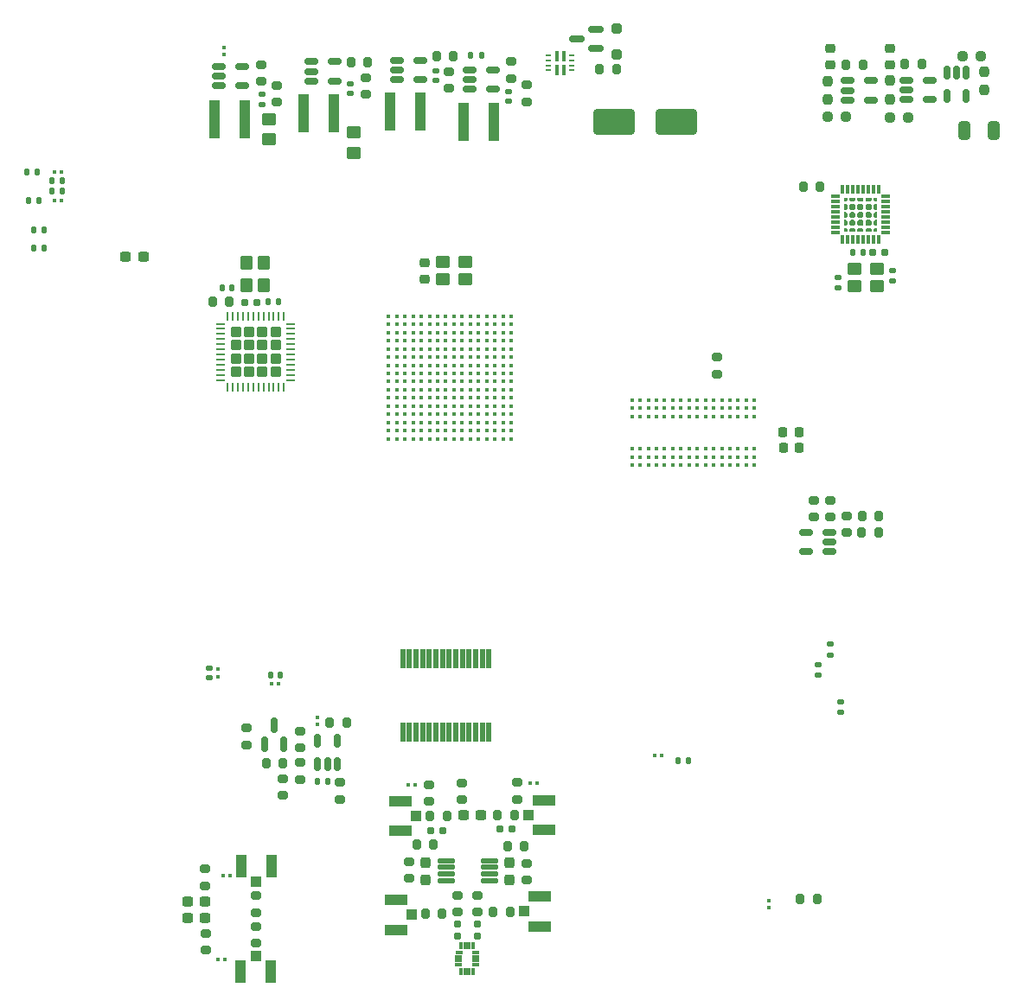
<source format=gtp>
G04 #@! TF.GenerationSoftware,KiCad,Pcbnew,9.0.3-9.0.3-0~ubuntu24.04.1*
G04 #@! TF.CreationDate,2025-08-23T12:09:09+02:00*
G04 #@! TF.ProjectId,acoustic-carrier-board,61636f75-7374-4696-932d-636172726965,rev?*
G04 #@! TF.SameCoordinates,Original*
G04 #@! TF.FileFunction,Paste,Top*
G04 #@! TF.FilePolarity,Positive*
%FSLAX46Y46*%
G04 Gerber Fmt 4.6, Leading zero omitted, Abs format (unit mm)*
G04 Created by KiCad (PCBNEW 9.0.3-9.0.3-0~ubuntu24.04.1) date 2025-08-23 12:09:09*
%MOMM*%
%LPD*%
G01*
G04 APERTURE LIST*
G04 Aperture macros list*
%AMRoundRect*
0 Rectangle with rounded corners*
0 $1 Rounding radius*
0 $2 $3 $4 $5 $6 $7 $8 $9 X,Y pos of 4 corners*
0 Add a 4 corners polygon primitive as box body*
4,1,4,$2,$3,$4,$5,$6,$7,$8,$9,$2,$3,0*
0 Add four circle primitives for the rounded corners*
1,1,$1+$1,$2,$3*
1,1,$1+$1,$4,$5*
1,1,$1+$1,$6,$7*
1,1,$1+$1,$8,$9*
0 Add four rect primitives between the rounded corners*
20,1,$1+$1,$2,$3,$4,$5,0*
20,1,$1+$1,$4,$5,$6,$7,0*
20,1,$1+$1,$6,$7,$8,$9,0*
20,1,$1+$1,$8,$9,$2,$3,0*%
G04 Aperture macros list end*
%ADD10C,0.000000*%
%ADD11RoundRect,0.200000X0.200000X0.275000X-0.200000X0.275000X-0.200000X-0.275000X0.200000X-0.275000X0*%
%ADD12RoundRect,0.150000X-0.512500X-0.150000X0.512500X-0.150000X0.512500X0.150000X-0.512500X0.150000X0*%
%ADD13RoundRect,0.237500X0.237500X-0.300000X0.237500X0.300000X-0.237500X0.300000X-0.237500X-0.300000X0*%
%ADD14RoundRect,0.237500X-0.300000X-0.237500X0.300000X-0.237500X0.300000X0.237500X-0.300000X0.237500X0*%
%ADD15RoundRect,0.135000X-0.185000X0.135000X-0.185000X-0.135000X0.185000X-0.135000X0.185000X0.135000X0*%
%ADD16RoundRect,0.140000X0.170000X-0.140000X0.170000X0.140000X-0.170000X0.140000X-0.170000X-0.140000X0*%
%ADD17C,0.426000*%
%ADD18RoundRect,0.135000X-0.135000X-0.185000X0.135000X-0.185000X0.135000X0.185000X-0.135000X0.185000X0*%
%ADD19RoundRect,0.010000X-0.225000X0.875000X-0.225000X-0.875000X0.225000X-0.875000X0.225000X0.875000X0*%
%ADD20RoundRect,0.150000X0.587500X0.150000X-0.587500X0.150000X-0.587500X-0.150000X0.587500X-0.150000X0*%
%ADD21RoundRect,0.200000X-0.275000X0.200000X-0.275000X-0.200000X0.275000X-0.200000X0.275000X0.200000X0*%
%ADD22RoundRect,0.135000X0.135000X0.185000X-0.135000X0.185000X-0.135000X-0.185000X0.135000X-0.185000X0*%
%ADD23RoundRect,0.079500X-0.079500X-0.100500X0.079500X-0.100500X0.079500X0.100500X-0.079500X0.100500X0*%
%ADD24C,0.410000*%
%ADD25RoundRect,0.200000X-0.200000X-0.275000X0.200000X-0.275000X0.200000X0.275000X-0.200000X0.275000X0*%
%ADD26RoundRect,0.160000X0.197500X0.160000X-0.197500X0.160000X-0.197500X-0.160000X0.197500X-0.160000X0*%
%ADD27RoundRect,0.200000X0.275000X-0.200000X0.275000X0.200000X-0.275000X0.200000X-0.275000X-0.200000X0*%
%ADD28RoundRect,0.135000X0.185000X-0.135000X0.185000X0.135000X-0.185000X0.135000X-0.185000X-0.135000X0*%
%ADD29RoundRect,0.250000X-0.450000X0.350000X-0.450000X-0.350000X0.450000X-0.350000X0.450000X0.350000X0*%
%ADD30RoundRect,0.237500X0.250000X0.237500X-0.250000X0.237500X-0.250000X-0.237500X0.250000X-0.237500X0*%
%ADD31RoundRect,0.237500X-0.250000X-0.237500X0.250000X-0.237500X0.250000X0.237500X-0.250000X0.237500X0*%
%ADD32RoundRect,0.218750X-0.256250X0.218750X-0.256250X-0.218750X0.256250X-0.218750X0.256250X0.218750X0*%
%ADD33RoundRect,0.079500X0.079500X0.100500X-0.079500X0.100500X-0.079500X-0.100500X0.079500X-0.100500X0*%
%ADD34RoundRect,0.079500X0.100500X-0.079500X0.100500X0.079500X-0.100500X0.079500X-0.100500X-0.079500X0*%
%ADD35RoundRect,0.218750X-0.218750X-0.256250X0.218750X-0.256250X0.218750X0.256250X-0.218750X0.256250X0*%
%ADD36R,1.100000X3.700000*%
%ADD37RoundRect,0.237500X0.300000X0.237500X-0.300000X0.237500X-0.300000X-0.237500X0.300000X-0.237500X0*%
%ADD38RoundRect,0.250000X-1.750000X-1.000000X1.750000X-1.000000X1.750000X1.000000X-1.750000X1.000000X0*%
%ADD39RoundRect,0.237500X0.237500X-0.250000X0.237500X0.250000X-0.237500X0.250000X-0.237500X-0.250000X0*%
%ADD40RoundRect,0.150000X0.512500X0.150000X-0.512500X0.150000X-0.512500X-0.150000X0.512500X-0.150000X0*%
%ADD41R,1.000000X1.050000*%
%ADD42R,1.050000X2.200000*%
%ADD43RoundRect,0.250000X-0.270000X-0.270000X0.270000X-0.270000X0.270000X0.270000X-0.270000X0.270000X0*%
%ADD44RoundRect,0.062500X-0.375000X-0.062500X0.375000X-0.062500X0.375000X0.062500X-0.375000X0.062500X0*%
%ADD45RoundRect,0.062500X-0.062500X-0.375000X0.062500X-0.375000X0.062500X0.375000X-0.062500X0.375000X0*%
%ADD46R,1.050000X1.000000*%
%ADD47R,2.200000X1.050000*%
%ADD48RoundRect,0.237500X-0.237500X0.250000X-0.237500X-0.250000X0.237500X-0.250000X0.237500X0.250000X0*%
%ADD49RoundRect,0.140000X0.140000X0.170000X-0.140000X0.170000X-0.140000X-0.170000X0.140000X-0.170000X0*%
%ADD50RoundRect,0.250000X0.450000X0.350000X-0.450000X0.350000X-0.450000X-0.350000X0.450000X-0.350000X0*%
%ADD51RoundRect,0.250000X0.325000X0.650000X-0.325000X0.650000X-0.325000X-0.650000X0.325000X-0.650000X0*%
%ADD52R,0.399999X1.050000*%
%ADD53R,0.599999X0.200000*%
%ADD54RoundRect,0.150000X0.150000X-0.512500X0.150000X0.512500X-0.150000X0.512500X-0.150000X-0.512500X0*%
%ADD55RoundRect,0.010000X-0.406400X0.127000X-0.406400X-0.127000X0.406400X-0.127000X0.406400X0.127000X0*%
%ADD56RoundRect,0.010000X0.127000X0.406400X-0.127000X0.406400X-0.127000X-0.406400X0.127000X-0.406400X0*%
%ADD57RoundRect,0.140000X-0.140000X-0.170000X0.140000X-0.170000X0.140000X0.170000X-0.140000X0.170000X0*%
%ADD58RoundRect,0.150000X-0.150000X0.512500X-0.150000X-0.512500X0.150000X-0.512500X0.150000X0.512500X0*%
%ADD59RoundRect,0.045625X0.305375X0.136875X-0.305375X0.136875X-0.305375X-0.136875X0.305375X-0.136875X0*%
%ADD60RoundRect,0.045000X0.256500X0.135000X-0.256500X0.135000X-0.256500X-0.135000X0.256500X-0.135000X0*%
%ADD61RoundRect,0.045000X-0.135000X0.256500X-0.135000X-0.256500X0.135000X-0.256500X0.135000X0.256500X0*%
%ADD62RoundRect,0.250000X-0.250000X0.250000X-0.250000X-0.250000X0.250000X-0.250000X0.250000X0.250000X0*%
%ADD63RoundRect,0.237500X-0.237500X0.300000X-0.237500X-0.300000X0.237500X-0.300000X0.237500X0.300000X0*%
%ADD64RoundRect,0.225000X0.250000X-0.225000X0.250000X0.225000X-0.250000X0.225000X-0.250000X-0.225000X0*%
%ADD65RoundRect,0.165000X0.165000X-0.202500X0.165000X0.202500X-0.165000X0.202500X-0.165000X-0.202500X0*%
%ADD66RoundRect,0.160000X-0.197500X-0.160000X0.197500X-0.160000X0.197500X0.160000X-0.197500X0.160000X0*%
%ADD67RoundRect,0.125500X0.688000X0.125500X-0.688000X0.125500X-0.688000X-0.125500X0.688000X-0.125500X0*%
%ADD68RoundRect,0.250000X-0.350000X0.450000X-0.350000X-0.450000X0.350000X-0.450000X0.350000X0.450000X0*%
%ADD69RoundRect,0.160000X0.160000X-0.197500X0.160000X0.197500X-0.160000X0.197500X-0.160000X-0.197500X0*%
%ADD70RoundRect,0.150000X0.150000X-0.587500X0.150000X0.587500X-0.150000X0.587500X-0.150000X-0.587500X0*%
G04 APERTURE END LIST*
D10*
G36*
X127817800Y-70485479D02*
G01*
X127676379Y-70626900D01*
X127472030Y-70626900D01*
X127472030Y-70281130D01*
X127817800Y-70281130D01*
X127817800Y-70485479D01*
G37*
G36*
X127817800Y-73330521D02*
G01*
X127817800Y-73534870D01*
X127472030Y-73534870D01*
X127472030Y-73189100D01*
X127676379Y-73189100D01*
X127817800Y-73330521D01*
G37*
G36*
X130725770Y-70626900D02*
G01*
X130521421Y-70626900D01*
X130380000Y-70485479D01*
X130380000Y-70281130D01*
X130725770Y-70281130D01*
X130725770Y-70626900D01*
G37*
G36*
X130725770Y-73534870D02*
G01*
X130380000Y-73534870D01*
X130380000Y-73330521D01*
X130521421Y-73189100D01*
X130725770Y-73189100D01*
X130725770Y-73534870D01*
G37*
G36*
X127817800Y-70968321D02*
G01*
X127817800Y-71272879D01*
X127676379Y-71414300D01*
X127472030Y-71414300D01*
X127472030Y-70826900D01*
X127676379Y-70826900D01*
X127817800Y-70968321D01*
G37*
G36*
X127817800Y-71755721D02*
G01*
X127817800Y-72060279D01*
X127676379Y-72201700D01*
X127472030Y-72201700D01*
X127472030Y-71614300D01*
X127676379Y-71614300D01*
X127817800Y-71755721D01*
G37*
G36*
X127817800Y-72543121D02*
G01*
X127817800Y-72847679D01*
X127676379Y-72989100D01*
X127472030Y-72989100D01*
X127472030Y-72401700D01*
X127676379Y-72401700D01*
X127817800Y-72543121D01*
G37*
G36*
X128605200Y-70485479D02*
G01*
X128463779Y-70626900D01*
X128159221Y-70626900D01*
X128017800Y-70485479D01*
X128017800Y-70281130D01*
X128605200Y-70281130D01*
X128605200Y-70485479D01*
G37*
G36*
X128605200Y-73330521D02*
G01*
X128605200Y-73534870D01*
X128017800Y-73534870D01*
X128017800Y-73330521D01*
X128159221Y-73189100D01*
X128463779Y-73189100D01*
X128605200Y-73330521D01*
G37*
G36*
X129392600Y-70485479D02*
G01*
X129251179Y-70626900D01*
X128946621Y-70626900D01*
X128805200Y-70485479D01*
X128805200Y-70281130D01*
X129392600Y-70281130D01*
X129392600Y-70485479D01*
G37*
G36*
X129392600Y-73330521D02*
G01*
X129392600Y-73534870D01*
X128805200Y-73534870D01*
X128805200Y-73330521D01*
X128946621Y-73189100D01*
X129251179Y-73189100D01*
X129392600Y-73330521D01*
G37*
G36*
X130180000Y-70485479D02*
G01*
X130038579Y-70626900D01*
X129734021Y-70626900D01*
X129592600Y-70485479D01*
X129592600Y-70281130D01*
X130180000Y-70281130D01*
X130180000Y-70485479D01*
G37*
G36*
X130180000Y-73330521D02*
G01*
X130180000Y-73534870D01*
X129592600Y-73534870D01*
X129592600Y-73330521D01*
X129734021Y-73189100D01*
X130038579Y-73189100D01*
X130180000Y-73330521D01*
G37*
G36*
X130725770Y-71414300D02*
G01*
X130521421Y-71414300D01*
X130380000Y-71272879D01*
X130380000Y-70968321D01*
X130521421Y-70826900D01*
X130725770Y-70826900D01*
X130725770Y-71414300D01*
G37*
G36*
X130725770Y-72201700D02*
G01*
X130521421Y-72201700D01*
X130380000Y-72060279D01*
X130380000Y-71755721D01*
X130521421Y-71614300D01*
X130725770Y-71614300D01*
X130725770Y-72201700D01*
G37*
G36*
X130725770Y-72989100D02*
G01*
X130521421Y-72989100D01*
X130380000Y-72847679D01*
X130380000Y-72543121D01*
X130521421Y-72401700D01*
X130725770Y-72401700D01*
X130725770Y-72989100D01*
G37*
G36*
X128605200Y-70968321D02*
G01*
X128605200Y-71272879D01*
X128463779Y-71414300D01*
X128159221Y-71414300D01*
X128017800Y-71272879D01*
X128017800Y-70968321D01*
X128159221Y-70826900D01*
X128463779Y-70826900D01*
X128605200Y-70968321D01*
G37*
G36*
X128605200Y-71755721D02*
G01*
X128605200Y-72060279D01*
X128463779Y-72201700D01*
X128159221Y-72201700D01*
X128017800Y-72060279D01*
X128017800Y-71755721D01*
X128159221Y-71614300D01*
X128463779Y-71614300D01*
X128605200Y-71755721D01*
G37*
G36*
X128605200Y-72543121D02*
G01*
X128605200Y-72847679D01*
X128463779Y-72989100D01*
X128159221Y-72989100D01*
X128017800Y-72847679D01*
X128017800Y-72543121D01*
X128159221Y-72401700D01*
X128463779Y-72401700D01*
X128605200Y-72543121D01*
G37*
G36*
X129392600Y-70968321D02*
G01*
X129392600Y-71272879D01*
X129251179Y-71414300D01*
X128946621Y-71414300D01*
X128805200Y-71272879D01*
X128805200Y-70968321D01*
X128946621Y-70826900D01*
X129251179Y-70826900D01*
X129392600Y-70968321D01*
G37*
G36*
X129392600Y-71755721D02*
G01*
X129392600Y-72060279D01*
X129251179Y-72201700D01*
X128946621Y-72201700D01*
X128805200Y-72060279D01*
X128805200Y-71755721D01*
X128946621Y-71614300D01*
X129251179Y-71614300D01*
X129392600Y-71755721D01*
G37*
G36*
X129392600Y-72543121D02*
G01*
X129392600Y-72847679D01*
X129251179Y-72989100D01*
X128946621Y-72989100D01*
X128805200Y-72847679D01*
X128805200Y-72543121D01*
X128946621Y-72401700D01*
X129251179Y-72401700D01*
X129392600Y-72543121D01*
G37*
G36*
X130180000Y-70968321D02*
G01*
X130180000Y-71272879D01*
X130038579Y-71414300D01*
X129734021Y-71414300D01*
X129592600Y-71272879D01*
X129592600Y-70968321D01*
X129734021Y-70826900D01*
X130038579Y-70826900D01*
X130180000Y-70968321D01*
G37*
G36*
X130180000Y-71755721D02*
G01*
X130180000Y-72060279D01*
X130038579Y-72201700D01*
X129734021Y-72201700D01*
X129592600Y-72060279D01*
X129592600Y-71755721D01*
X129734021Y-71614300D01*
X130038579Y-71614300D01*
X130180000Y-71755721D01*
G37*
G36*
X130180000Y-72543121D02*
G01*
X130180000Y-72847679D01*
X130038579Y-72989100D01*
X129734021Y-72989100D01*
X129592600Y-72847679D01*
X129592600Y-72543121D01*
X129734021Y-72401700D01*
X130038579Y-72401700D01*
X130180000Y-72543121D01*
G37*
D11*
X89230000Y-56365000D03*
X87580000Y-56365000D03*
D12*
X133617500Y-58730000D03*
X133617500Y-59680000D03*
X133617500Y-60630000D03*
X135892500Y-60630000D03*
X135892500Y-58730000D03*
D13*
X86517500Y-137092500D03*
X86517500Y-135367500D03*
D14*
X63195000Y-139215000D03*
X64920000Y-139215000D03*
D15*
X127190000Y-119610000D03*
X127190000Y-120630000D03*
D16*
X79155000Y-60045000D03*
X79155000Y-59085000D03*
D17*
X106720000Y-96450000D03*
X106720000Y-95650000D03*
X106720000Y-94850000D03*
X106720000Y-91650000D03*
X106720000Y-90850000D03*
X106720000Y-90050000D03*
X107520000Y-96450000D03*
X107520000Y-95650000D03*
X107520000Y-94850000D03*
X107520000Y-91650000D03*
X107520000Y-90850000D03*
X107520000Y-90050000D03*
X108320000Y-96450000D03*
X108320000Y-95650000D03*
X108320000Y-94850000D03*
X108320000Y-91650000D03*
X108320000Y-90850000D03*
X108320000Y-90050000D03*
X109120000Y-96450000D03*
X109120000Y-95650000D03*
X109120000Y-94850000D03*
X109120000Y-91650000D03*
X109120000Y-90850000D03*
X109120000Y-90050000D03*
X109920000Y-96450000D03*
X109920000Y-95650000D03*
X109920000Y-94850000D03*
X109920000Y-91650000D03*
X109920000Y-90850000D03*
X109920000Y-90050000D03*
X110720000Y-96450000D03*
X110720000Y-95650000D03*
X110720000Y-94850000D03*
X110720000Y-91650000D03*
X110720000Y-90850000D03*
X110720000Y-90050000D03*
X111520000Y-96450000D03*
X111520000Y-95650000D03*
X111520000Y-94850000D03*
X111520000Y-91650000D03*
X111520000Y-90850000D03*
X111520000Y-90050000D03*
X112320000Y-96450000D03*
X112320000Y-95650000D03*
X112320000Y-94850000D03*
X112320000Y-91650000D03*
X112320000Y-90850000D03*
X112320000Y-90050000D03*
X113120000Y-96450000D03*
X113120000Y-95650000D03*
X113120000Y-94850000D03*
X113120000Y-91650000D03*
X113120000Y-90850000D03*
X113120000Y-90050000D03*
X113920000Y-96450000D03*
X113920000Y-95650000D03*
X113920000Y-94850000D03*
X113920000Y-91650000D03*
X113920000Y-90850000D03*
X113920000Y-90050000D03*
X114720000Y-96450000D03*
X114720000Y-95650000D03*
X114720000Y-94850000D03*
X114720000Y-91650000D03*
X114720000Y-90850000D03*
X114720000Y-90050000D03*
X115520000Y-96450000D03*
X115520000Y-95650000D03*
X115520000Y-94850000D03*
X115520000Y-91650000D03*
X115520000Y-90850000D03*
X115520000Y-90050000D03*
X116320000Y-96450000D03*
X116320000Y-95650000D03*
X116320000Y-94850000D03*
X116320000Y-91650000D03*
X116320000Y-90850000D03*
X116320000Y-90050000D03*
X117120000Y-96450000D03*
X117120000Y-95650000D03*
X117120000Y-94850000D03*
X117120000Y-91650000D03*
X117120000Y-90850000D03*
X117120000Y-90050000D03*
X117920000Y-96450000D03*
X117920000Y-95650000D03*
X117920000Y-94850000D03*
X117920000Y-91650000D03*
X117920000Y-90850000D03*
X117920000Y-90050000D03*
X118720000Y-96450000D03*
X118720000Y-95650000D03*
X118720000Y-94850000D03*
X118720000Y-91650000D03*
X118720000Y-90850000D03*
X118720000Y-90050000D03*
D18*
X49910000Y-69610000D03*
X50930000Y-69610000D03*
D19*
X92735000Y-115410000D03*
X92085000Y-115410000D03*
X91435000Y-115410000D03*
X90785000Y-115410000D03*
X90135000Y-115410000D03*
X89485000Y-115410000D03*
X88835000Y-115410000D03*
X88185000Y-115410000D03*
X87535000Y-115410000D03*
X86885000Y-115410000D03*
X86235000Y-115410000D03*
X85585000Y-115410000D03*
X84935000Y-115410000D03*
X84285000Y-115410000D03*
X84285000Y-122610000D03*
X84935000Y-122610000D03*
X85585000Y-122610000D03*
X86235000Y-122610000D03*
X86885000Y-122610000D03*
X87535000Y-122610000D03*
X88185000Y-122610000D03*
X88835000Y-122610000D03*
X89485000Y-122610000D03*
X90135000Y-122610000D03*
X90785000Y-122610000D03*
X91435000Y-122610000D03*
X92085000Y-122610000D03*
X92735000Y-122610000D03*
D20*
X103227502Y-55629999D03*
X103227502Y-53729999D03*
X101352502Y-54679999D03*
D16*
X70505000Y-61095000D03*
X70505000Y-60135000D03*
D21*
X95525000Y-127535000D03*
X95525000Y-129185000D03*
D22*
X91980000Y-56270000D03*
X90960000Y-56270000D03*
D23*
X66685000Y-136680000D03*
X67375000Y-136680000D03*
D24*
X82900000Y-81850000D03*
X83700000Y-81850000D03*
X84500000Y-81850000D03*
X85300000Y-81850000D03*
X86100000Y-81850000D03*
X86900000Y-81850000D03*
X87700000Y-81850000D03*
X88500000Y-81850000D03*
X89300000Y-81850000D03*
X90100000Y-81850000D03*
X90900000Y-81850000D03*
X91700000Y-81850000D03*
X92500000Y-81850000D03*
X93300000Y-81850000D03*
X94100000Y-81850000D03*
X94900000Y-81850000D03*
X82900000Y-82650000D03*
X83700000Y-82650000D03*
X84500000Y-82650000D03*
X85300000Y-82650000D03*
X86100000Y-82650000D03*
X86900000Y-82650000D03*
X87700000Y-82650000D03*
X88500000Y-82650000D03*
X89300000Y-82650000D03*
X90100000Y-82650000D03*
X90900000Y-82650000D03*
X91700000Y-82650000D03*
X92500000Y-82650000D03*
X93300000Y-82650000D03*
X94100000Y-82650000D03*
X94900000Y-82650000D03*
X82900000Y-83450000D03*
X83700000Y-83450000D03*
X84500000Y-83450000D03*
X85300000Y-83450000D03*
X86100000Y-83450000D03*
X86900000Y-83450000D03*
X87700000Y-83450000D03*
X88500000Y-83450000D03*
X89300000Y-83450000D03*
X90100000Y-83450000D03*
X90900000Y-83450000D03*
X91700000Y-83450000D03*
X92500000Y-83450000D03*
X93300000Y-83450000D03*
X94100000Y-83450000D03*
X94900000Y-83450000D03*
X82900000Y-84250000D03*
X83700000Y-84250000D03*
X84500000Y-84250000D03*
X85300000Y-84250000D03*
X86100000Y-84250000D03*
X86900000Y-84250000D03*
X87700000Y-84250000D03*
X88500000Y-84250000D03*
X89300000Y-84250000D03*
X90100000Y-84250000D03*
X90900000Y-84250000D03*
X91700000Y-84250000D03*
X92500000Y-84250000D03*
X93300000Y-84250000D03*
X94100000Y-84250000D03*
X94900000Y-84250000D03*
X82900000Y-85050000D03*
X83700000Y-85050000D03*
X84500000Y-85050000D03*
X85300000Y-85050000D03*
X86100000Y-85050000D03*
X86900000Y-85050000D03*
X87700000Y-85050000D03*
X88500000Y-85050000D03*
X89300000Y-85050000D03*
X90100000Y-85050000D03*
X90900000Y-85050000D03*
X91700000Y-85050000D03*
X92500000Y-85050000D03*
X93300000Y-85050000D03*
X94100000Y-85050000D03*
X94900000Y-85050000D03*
X82900000Y-85850000D03*
X83700000Y-85850000D03*
X84500000Y-85850000D03*
X85300000Y-85850000D03*
X86100000Y-85850000D03*
X86900000Y-85850000D03*
X87700000Y-85850000D03*
X88500000Y-85850000D03*
X89300000Y-85850000D03*
X90100000Y-85850000D03*
X90900000Y-85850000D03*
X91700000Y-85850000D03*
X92500000Y-85850000D03*
X93300000Y-85850000D03*
X94100000Y-85850000D03*
X94900000Y-85850000D03*
X82900000Y-86650000D03*
X83700000Y-86650000D03*
X84500000Y-86650000D03*
X85300000Y-86650000D03*
X86100000Y-86650000D03*
X86900000Y-86650000D03*
X87700000Y-86650000D03*
X88500000Y-86650000D03*
X89300000Y-86650000D03*
X90100000Y-86650000D03*
X90900000Y-86650000D03*
X91700000Y-86650000D03*
X92500000Y-86650000D03*
X93300000Y-86650000D03*
X94100000Y-86650000D03*
X94900000Y-86650000D03*
X82900000Y-87450000D03*
X83700000Y-87450000D03*
X84500000Y-87450000D03*
X85300000Y-87450000D03*
X86100000Y-87450000D03*
X86900000Y-87450000D03*
X87700000Y-87450000D03*
X88500000Y-87450000D03*
X89300000Y-87450000D03*
X90100000Y-87450000D03*
X90900000Y-87450000D03*
X91700000Y-87450000D03*
X92500000Y-87450000D03*
X93300000Y-87450000D03*
X94100000Y-87450000D03*
X94900000Y-87450000D03*
X82900000Y-88250000D03*
X83700000Y-88250000D03*
X84500000Y-88250000D03*
X85300000Y-88250000D03*
X86100000Y-88250000D03*
X86900000Y-88250000D03*
X87700000Y-88250000D03*
X88500000Y-88250000D03*
X89300000Y-88250000D03*
X90100000Y-88250000D03*
X90900000Y-88250000D03*
X91700000Y-88250000D03*
X92500000Y-88250000D03*
X93300000Y-88250000D03*
X94100000Y-88250000D03*
X94900000Y-88250000D03*
X82900000Y-89050000D03*
X83700000Y-89050000D03*
X84500000Y-89050000D03*
X85300000Y-89050000D03*
X86100000Y-89050000D03*
X86900000Y-89050000D03*
X87700000Y-89050000D03*
X88500000Y-89050000D03*
X89300000Y-89050000D03*
X90100000Y-89050000D03*
X90900000Y-89050000D03*
X91700000Y-89050000D03*
X92500000Y-89050000D03*
X93300000Y-89050000D03*
X94100000Y-89050000D03*
X94900000Y-89050000D03*
X82900000Y-89850000D03*
X83700000Y-89850000D03*
X84500000Y-89850000D03*
X85300000Y-89850000D03*
X86100000Y-89850000D03*
X86900000Y-89850000D03*
X87700000Y-89850000D03*
X88500000Y-89850000D03*
X89300000Y-89850000D03*
X90100000Y-89850000D03*
X90900000Y-89850000D03*
X91700000Y-89850000D03*
X92500000Y-89850000D03*
X93300000Y-89850000D03*
X94100000Y-89850000D03*
X94900000Y-89850000D03*
X82900000Y-90650000D03*
X83700000Y-90650000D03*
X84500000Y-90650000D03*
X85300000Y-90650000D03*
X86100000Y-90650000D03*
X86900000Y-90650000D03*
X87700000Y-90650000D03*
X88500000Y-90650000D03*
X89300000Y-90650000D03*
X90100000Y-90650000D03*
X90900000Y-90650000D03*
X91700000Y-90650000D03*
X92500000Y-90650000D03*
X93300000Y-90650000D03*
X94100000Y-90650000D03*
X94900000Y-90650000D03*
X82900000Y-91450000D03*
X83700000Y-91450000D03*
X84500000Y-91450000D03*
X85300000Y-91450000D03*
X86100000Y-91450000D03*
X86900000Y-91450000D03*
X87700000Y-91450000D03*
X88500000Y-91450000D03*
X89300000Y-91450000D03*
X90100000Y-91450000D03*
X90900000Y-91450000D03*
X91700000Y-91450000D03*
X92500000Y-91450000D03*
X93300000Y-91450000D03*
X94100000Y-91450000D03*
X94900000Y-91450000D03*
X82900000Y-92250000D03*
X83700000Y-92250000D03*
X84500000Y-92250000D03*
X85300000Y-92250000D03*
X86100000Y-92250000D03*
X86900000Y-92250000D03*
X87700000Y-92250000D03*
X88500000Y-92250000D03*
X89300000Y-92250000D03*
X90100000Y-92250000D03*
X90900000Y-92250000D03*
X91700000Y-92250000D03*
X92500000Y-92250000D03*
X93300000Y-92250000D03*
X94100000Y-92250000D03*
X94900000Y-92250000D03*
X82900000Y-93050000D03*
X83700000Y-93050000D03*
X84500000Y-93050000D03*
X85300000Y-93050000D03*
X86100000Y-93050000D03*
X86900000Y-93050000D03*
X87700000Y-93050000D03*
X88500000Y-93050000D03*
X89300000Y-93050000D03*
X90100000Y-93050000D03*
X90900000Y-93050000D03*
X91700000Y-93050000D03*
X92500000Y-93050000D03*
X93300000Y-93050000D03*
X94100000Y-93050000D03*
X94900000Y-93050000D03*
X82900000Y-93850000D03*
X83700000Y-93850000D03*
X84500000Y-93850000D03*
X85300000Y-93850000D03*
X86100000Y-93850000D03*
X86900000Y-93850000D03*
X87700000Y-93850000D03*
X88500000Y-93850000D03*
X89300000Y-93850000D03*
X90100000Y-93850000D03*
X90900000Y-93850000D03*
X91700000Y-93850000D03*
X92500000Y-93850000D03*
X93300000Y-93850000D03*
X94100000Y-93850000D03*
X94900000Y-93850000D03*
D25*
X77150000Y-121667500D03*
X78800000Y-121667500D03*
D26*
X70040000Y-80485000D03*
X68845000Y-80485000D03*
D27*
X74265000Y-124115000D03*
X74265000Y-122465000D03*
D28*
X124990000Y-117010000D03*
X124990000Y-115990000D03*
D29*
X79480000Y-63850000D03*
X79480000Y-65850000D03*
D27*
X126122250Y-101530000D03*
X126122250Y-99880000D03*
D22*
X129330000Y-75613000D03*
X128310000Y-75613000D03*
D18*
X47660000Y-70480000D03*
X48680000Y-70480000D03*
D11*
X94785000Y-140180000D03*
X93135000Y-140180000D03*
D21*
X124572250Y-99880000D03*
X124572250Y-101530000D03*
D30*
X127692500Y-62325000D03*
X125867500Y-62325000D03*
D11*
X125155000Y-69150000D03*
X123505000Y-69150000D03*
D23*
X108935000Y-124880000D03*
X109625000Y-124880000D03*
D31*
X139055000Y-56337500D03*
X140880000Y-56337500D03*
D12*
X66280000Y-57395000D03*
X66280000Y-58345000D03*
X66280000Y-59295000D03*
X68555000Y-59295000D03*
X68555000Y-57395000D03*
D27*
X115020000Y-87515000D03*
X115020000Y-85865000D03*
D32*
X131955000Y-55625000D03*
X131955000Y-57200000D03*
D11*
X130872250Y-103005000D03*
X129222250Y-103005000D03*
D25*
X127667500Y-57225000D03*
X129317500Y-57225000D03*
D11*
X72590000Y-125620000D03*
X70940000Y-125620000D03*
D33*
X50875000Y-67720000D03*
X50185000Y-67720000D03*
D18*
X47520000Y-67680000D03*
X48540000Y-67680000D03*
D21*
X96417500Y-135417500D03*
X96417500Y-137067500D03*
D12*
X75317500Y-56915000D03*
X75317500Y-57865000D03*
X75317500Y-58815000D03*
X77592500Y-58815000D03*
X77592500Y-56915000D03*
D21*
X91600000Y-138565000D03*
X91600000Y-140215000D03*
D34*
X120120000Y-139745000D03*
X120120000Y-139055000D03*
D35*
X121482500Y-93220000D03*
X123057500Y-93220000D03*
D25*
X129262250Y-101405000D03*
X130912250Y-101405000D03*
D36*
X90205000Y-62815000D03*
X93205000Y-62815000D03*
D18*
X49900000Y-68600000D03*
X50920000Y-68600000D03*
D26*
X94982500Y-132110000D03*
X93787500Y-132110000D03*
D11*
X96210000Y-133760000D03*
X94560000Y-133760000D03*
D37*
X58902500Y-76020000D03*
X57177500Y-76020000D03*
D18*
X48180000Y-75180000D03*
X49200000Y-75180000D03*
D16*
X132230000Y-78350000D03*
X132230000Y-77390000D03*
D38*
X104987500Y-62850000D03*
X111087500Y-62850000D03*
D21*
X69930000Y-141605000D03*
X69930000Y-143255000D03*
D16*
X65310000Y-117242500D03*
X65310000Y-116282500D03*
D32*
X126167500Y-55650000D03*
X126167500Y-57225000D03*
D36*
X65855000Y-62570000D03*
X68855000Y-62570000D03*
D39*
X131955000Y-60612500D03*
X131955000Y-58787500D03*
D40*
X126047250Y-104905000D03*
X126047250Y-103955000D03*
X126047250Y-103005000D03*
X123772250Y-103005000D03*
X123772250Y-104905000D03*
D41*
X69960000Y-137235000D03*
D42*
X68485000Y-135710000D03*
X71435000Y-135710000D03*
D11*
X67335000Y-80400000D03*
X65685000Y-80400000D03*
D35*
X121552500Y-94770000D03*
X123127500Y-94770000D03*
D23*
X66215000Y-144830000D03*
X66905000Y-144830000D03*
D28*
X126130000Y-115010000D03*
X126130000Y-113990000D03*
D43*
X67970000Y-83400000D03*
X67970000Y-84690000D03*
X67970000Y-85980000D03*
X67970000Y-87270000D03*
X69260000Y-83400000D03*
X69260000Y-84690000D03*
X69260000Y-85980000D03*
X69260000Y-87270000D03*
X70550000Y-83400000D03*
X70550000Y-84690000D03*
X70550000Y-85980000D03*
X70550000Y-87270000D03*
X71840000Y-83400000D03*
X71840000Y-84690000D03*
X71840000Y-85980000D03*
X71840000Y-87270000D03*
D44*
X66467500Y-82585000D03*
X66467500Y-83085000D03*
X66467500Y-83585000D03*
X66467500Y-84085000D03*
X66467500Y-84585000D03*
X66467500Y-85085000D03*
X66467500Y-85585000D03*
X66467500Y-86085000D03*
X66467500Y-86585000D03*
X66467500Y-87085000D03*
X66467500Y-87585000D03*
X66467500Y-88085000D03*
D45*
X67155000Y-88772500D03*
X67655000Y-88772500D03*
X68155000Y-88772500D03*
X68655000Y-88772500D03*
X69155000Y-88772500D03*
X69655000Y-88772500D03*
X70155000Y-88772500D03*
X70655000Y-88772500D03*
X71155000Y-88772500D03*
X71655000Y-88772500D03*
X72155000Y-88772500D03*
X72655000Y-88772500D03*
D44*
X73342500Y-88085000D03*
X73342500Y-87585000D03*
X73342500Y-87085000D03*
X73342500Y-86585000D03*
X73342500Y-86085000D03*
X73342500Y-85585000D03*
X73342500Y-85085000D03*
X73342500Y-84585000D03*
X73342500Y-84085000D03*
X73342500Y-83585000D03*
X73342500Y-83085000D03*
X73342500Y-82585000D03*
D45*
X72655000Y-81897500D03*
X72155000Y-81897500D03*
X71655000Y-81897500D03*
X71155000Y-81897500D03*
X70655000Y-81897500D03*
X70155000Y-81897500D03*
X69655000Y-81897500D03*
X69155000Y-81897500D03*
X68655000Y-81897500D03*
X68155000Y-81897500D03*
X67655000Y-81897500D03*
X67155000Y-81897500D03*
D46*
X96135000Y-140130000D03*
D47*
X97660000Y-138655000D03*
X97660000Y-141605000D03*
D48*
X141217500Y-57875000D03*
X141217500Y-59700000D03*
D16*
X126910000Y-79043000D03*
X126910000Y-78083000D03*
D49*
X72110000Y-80400000D03*
X71150000Y-80400000D03*
D50*
X130710000Y-77163000D03*
X128510000Y-77163000D03*
X128510000Y-78863000D03*
X130710000Y-78863000D03*
D51*
X142175000Y-63640000D03*
X139225000Y-63640000D03*
D52*
X99375002Y-57695000D03*
X100075001Y-57695000D03*
D53*
X100850000Y-57770001D03*
X100850000Y-57270000D03*
X100850000Y-56770000D03*
X100850000Y-56269999D03*
D52*
X100075001Y-56345000D03*
X99375002Y-56345000D03*
D53*
X98550002Y-56269999D03*
X98550002Y-56770000D03*
X98550002Y-57270000D03*
X98550002Y-57770001D03*
D30*
X133767500Y-62400000D03*
X131942500Y-62400000D03*
D46*
X85572500Y-130800000D03*
D47*
X84047500Y-132275000D03*
X84047500Y-129325000D03*
D27*
X127767250Y-103050000D03*
X127767250Y-101400000D03*
X94930000Y-58540000D03*
X94930000Y-56890000D03*
D21*
X89630000Y-138575000D03*
X89630000Y-140225000D03*
D11*
X80867500Y-57010000D03*
X79217500Y-57010000D03*
D49*
X72325000Y-116977500D03*
X71365000Y-116977500D03*
D54*
X75975000Y-125712500D03*
X76925000Y-125712500D03*
X77875000Y-125712500D03*
X77875000Y-123437500D03*
X75975000Y-123437500D03*
D14*
X90222500Y-130745000D03*
X91947500Y-130745000D03*
D46*
X85162500Y-140460000D03*
D47*
X83637500Y-141935000D03*
X83637500Y-138985000D03*
D55*
X131550000Y-73686000D03*
X131550000Y-73178000D03*
X131550000Y-72670000D03*
X131550000Y-72162000D03*
X131550000Y-71654000D03*
X131550000Y-71146000D03*
X131550000Y-70638000D03*
X131550000Y-70130000D03*
D56*
X130876900Y-69456900D03*
X130368900Y-69456900D03*
X129860900Y-69456900D03*
X129352900Y-69456900D03*
X128844900Y-69456900D03*
X128336900Y-69456900D03*
X127828900Y-69456900D03*
X127320900Y-69456900D03*
D55*
X126647800Y-70130000D03*
X126647800Y-70638000D03*
X126647800Y-71146000D03*
X126647800Y-71654000D03*
X126647800Y-72162000D03*
X126647800Y-72670000D03*
X126647800Y-73178000D03*
X126647800Y-73686000D03*
D56*
X127320900Y-74359100D03*
X127828900Y-74359100D03*
X128336900Y-74359100D03*
X128844900Y-74359100D03*
X129352900Y-74359100D03*
X129860900Y-74359100D03*
X130368900Y-74359100D03*
X130876900Y-74359100D03*
D22*
X112290000Y-125390000D03*
X111270000Y-125390000D03*
D57*
X66580000Y-79090000D03*
X67540000Y-79090000D03*
D21*
X88817500Y-57860000D03*
X88817500Y-59510000D03*
D58*
X139467500Y-58012500D03*
X138517500Y-58012500D03*
X137567500Y-58012500D03*
X137567500Y-60287500D03*
X139467500Y-60287500D03*
D27*
X64930000Y-137655000D03*
X64930000Y-136005000D03*
D59*
X89796500Y-144160000D03*
D60*
X89746500Y-144560000D03*
X89746500Y-144960000D03*
X89746500Y-145360000D03*
D61*
X89991500Y-146005000D03*
X90391500Y-146005000D03*
X90791500Y-146005000D03*
X91191500Y-146005000D03*
D60*
X91436500Y-145360000D03*
X91436500Y-144960000D03*
X91436500Y-144560000D03*
X91436500Y-144160000D03*
D61*
X91191500Y-143515000D03*
X90791500Y-143515000D03*
X90391500Y-143515000D03*
X89991500Y-143515000D03*
D62*
X105230000Y-53682500D03*
X105230000Y-56182500D03*
D27*
X69015000Y-123815000D03*
X69015000Y-122165000D03*
D12*
X127855000Y-58787500D03*
X127855000Y-59737500D03*
X127855000Y-60687500D03*
X130130000Y-60687500D03*
X130130000Y-58787500D03*
D27*
X84867500Y-136905000D03*
X84867500Y-135255000D03*
D34*
X66820000Y-56245000D03*
X66820000Y-55555000D03*
D26*
X131507500Y-75613000D03*
X130312500Y-75613000D03*
D41*
X69900000Y-144535000D03*
D42*
X71375000Y-146060000D03*
X68425000Y-146060000D03*
D27*
X78165000Y-129162500D03*
X78165000Y-127512500D03*
D57*
X75975000Y-127417500D03*
X76935000Y-127417500D03*
D63*
X94767500Y-135367500D03*
X94767500Y-137092500D03*
D33*
X85485000Y-127720000D03*
X84795000Y-127720000D03*
D64*
X86445000Y-78195000D03*
X86445000Y-76645000D03*
D14*
X63195000Y-140815000D03*
X64920000Y-140815000D03*
D27*
X74265000Y-127215000D03*
X74265000Y-125565000D03*
D65*
X89691500Y-142607500D03*
X89691500Y-141412500D03*
D11*
X88620000Y-130840000D03*
X86970000Y-130840000D03*
D29*
X71190000Y-62530000D03*
X71190000Y-64530000D03*
D16*
X94630000Y-60815000D03*
X94630000Y-59855000D03*
D66*
X87037500Y-132260000D03*
X88232500Y-132260000D03*
D21*
X86860000Y-127710000D03*
X86860000Y-129360000D03*
X96430000Y-59190000D03*
X96430000Y-60840000D03*
D16*
X87505000Y-58745000D03*
X87505000Y-57785000D03*
D25*
X85660000Y-133610000D03*
X87310000Y-133610000D03*
D23*
X96735000Y-127560000D03*
X97425000Y-127560000D03*
D67*
X92797500Y-137135000D03*
X92797500Y-136485000D03*
X92797500Y-135835000D03*
X92797500Y-135185000D03*
X88572500Y-135185000D03*
X88572500Y-135835000D03*
X88572500Y-136485000D03*
X88572500Y-137135000D03*
D18*
X48140000Y-73370000D03*
X49160000Y-73370000D03*
D21*
X71955000Y-59240000D03*
X71955000Y-60890000D03*
D27*
X90060000Y-129225000D03*
X90060000Y-127575000D03*
D25*
X103540000Y-57660000D03*
X105190000Y-57660000D03*
D27*
X72575000Y-128805000D03*
X72575000Y-127155000D03*
D34*
X66240000Y-117135000D03*
X66240000Y-116445000D03*
D39*
X125892500Y-60650000D03*
X125892500Y-58825000D03*
D36*
X74555000Y-61965000D03*
X77555000Y-61965000D03*
D46*
X96610000Y-130715000D03*
D47*
X98135000Y-129240000D03*
X98135000Y-132190000D03*
D25*
X93570000Y-130740000D03*
X95220000Y-130740000D03*
X123205000Y-138890000D03*
X124855000Y-138890000D03*
D33*
X72095000Y-117860000D03*
X71405000Y-117860000D03*
X50885000Y-70480000D03*
X50195000Y-70480000D03*
D11*
X88155000Y-140370000D03*
X86505000Y-140370000D03*
D27*
X65000000Y-143925000D03*
X65000000Y-142275000D03*
D36*
X83005000Y-61815000D03*
X86005000Y-61815000D03*
D34*
X75945000Y-121822500D03*
X75945000Y-121132500D03*
D25*
X133430000Y-57100000D03*
X135080000Y-57100000D03*
D68*
X69000000Y-76610000D03*
X69000000Y-78810000D03*
X70700000Y-78810000D03*
X70700000Y-76610000D03*
D12*
X83730000Y-56765000D03*
X83730000Y-57715000D03*
X83730000Y-58665000D03*
X86005000Y-58665000D03*
X86005000Y-56765000D03*
D50*
X90440000Y-76560000D03*
X88240000Y-76560000D03*
X88240000Y-78260000D03*
X90440000Y-78260000D03*
D69*
X91600000Y-142587500D03*
X91600000Y-141392500D03*
D21*
X80692500Y-58485000D03*
X80692500Y-60135000D03*
D27*
X69920000Y-140245000D03*
X69920000Y-138595000D03*
D70*
X70735000Y-123797500D03*
X72635000Y-123797500D03*
X71685000Y-121922500D03*
D27*
X70405000Y-58840000D03*
X70405000Y-57190000D03*
D12*
X90805000Y-57715000D03*
X90805000Y-58665000D03*
X90805000Y-59615000D03*
X93080000Y-59615000D03*
X93080000Y-57715000D03*
M02*

</source>
